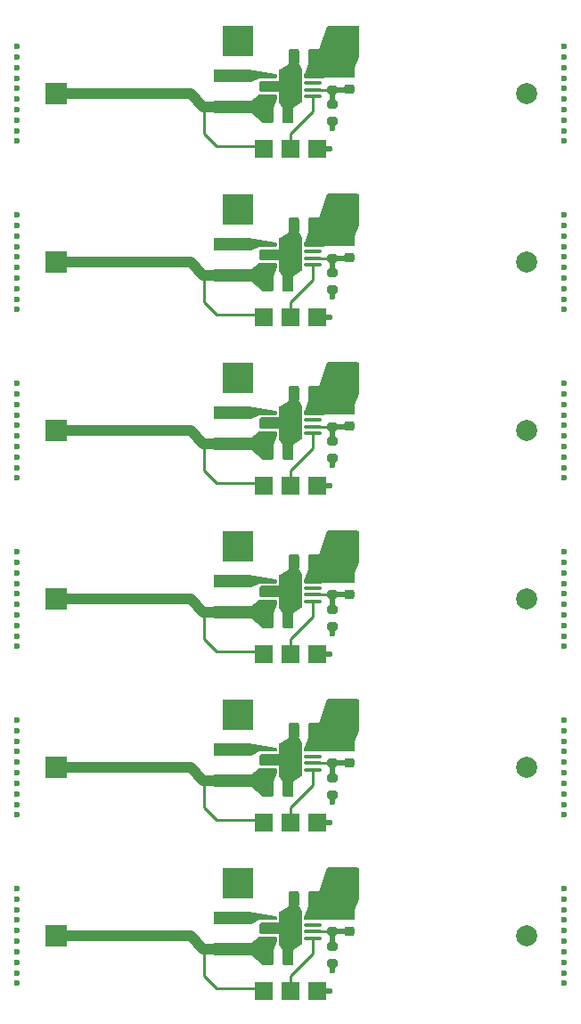
<source format=gtl>
G04 #@! TF.GenerationSoftware,KiCad,Pcbnew,6.0.4-6f826c9f35~116~ubuntu20.04.1*
G04 #@! TF.CreationDate,2022-05-04T20:07:54+01:00*
G04 #@! TF.ProjectId,boostAAA-panel,626f6f73-7441-4414-912d-70616e656c2e,rev?*
G04 #@! TF.SameCoordinates,Original*
G04 #@! TF.FileFunction,Copper,L1,Top*
G04 #@! TF.FilePolarity,Positive*
%FSLAX46Y46*%
G04 Gerber Fmt 4.6, Leading zero omitted, Abs format (unit mm)*
G04 Created by KiCad (PCBNEW 6.0.4-6f826c9f35~116~ubuntu20.04.1) date 2022-05-04 20:07:54*
%MOMM*%
%LPD*%
G01*
G04 APERTURE LIST*
G04 Aperture macros list*
%AMRoundRect*
0 Rectangle with rounded corners*
0 $1 Rounding radius*
0 $2 $3 $4 $5 $6 $7 $8 $9 X,Y pos of 4 corners*
0 Add a 4 corners polygon primitive as box body*
4,1,4,$2,$3,$4,$5,$6,$7,$8,$9,$2,$3,0*
0 Add four circle primitives for the rounded corners*
1,1,$1+$1,$2,$3*
1,1,$1+$1,$4,$5*
1,1,$1+$1,$6,$7*
1,1,$1+$1,$8,$9*
0 Add four rect primitives between the rounded corners*
20,1,$1+$1,$2,$3,$4,$5,0*
20,1,$1+$1,$4,$5,$6,$7,0*
20,1,$1+$1,$6,$7,$8,$9,0*
20,1,$1+$1,$8,$9,$2,$3,0*%
G04 Aperture macros list end*
G04 #@! TA.AperFunction,SMDPad,CuDef*
%ADD10RoundRect,0.250000X-0.250000X-0.475000X0.250000X-0.475000X0.250000X0.475000X-0.250000X0.475000X0*%
G04 #@! TD*
G04 #@! TA.AperFunction,SMDPad,CuDef*
%ADD11R,1.700000X1.700000*%
G04 #@! TD*
G04 #@! TA.AperFunction,SMDPad,CuDef*
%ADD12R,3.000000X3.000000*%
G04 #@! TD*
G04 #@! TA.AperFunction,SMDPad,CuDef*
%ADD13RoundRect,0.225000X-0.250000X0.225000X-0.250000X-0.225000X0.250000X-0.225000X0.250000X0.225000X0*%
G04 #@! TD*
G04 #@! TA.AperFunction,SMDPad,CuDef*
%ADD14RoundRect,0.250000X0.250000X0.475000X-0.250000X0.475000X-0.250000X-0.475000X0.250000X-0.475000X0*%
G04 #@! TD*
G04 #@! TA.AperFunction,SMDPad,CuDef*
%ADD15RoundRect,0.200000X-0.275000X0.200000X-0.275000X-0.200000X0.275000X-0.200000X0.275000X0.200000X0*%
G04 #@! TD*
G04 #@! TA.AperFunction,SMDPad,CuDef*
%ADD16RoundRect,0.100000X0.712500X0.100000X-0.712500X0.100000X-0.712500X-0.100000X0.712500X-0.100000X0*%
G04 #@! TD*
G04 #@! TA.AperFunction,SMDPad,CuDef*
%ADD17R,3.600000X1.150000*%
G04 #@! TD*
G04 #@! TA.AperFunction,ComponentPad*
%ADD18R,2.000000X2.000000*%
G04 #@! TD*
G04 #@! TA.AperFunction,ComponentPad*
%ADD19C,2.000000*%
G04 #@! TD*
G04 #@! TA.AperFunction,ViaPad*
%ADD20C,0.600000*%
G04 #@! TD*
G04 #@! TA.AperFunction,Conductor*
%ADD21C,0.500000*%
G04 #@! TD*
G04 #@! TA.AperFunction,Conductor*
%ADD22C,0.250000*%
G04 #@! TD*
G04 #@! TA.AperFunction,Conductor*
%ADD23C,1.000000*%
G04 #@! TD*
G04 APERTURE END LIST*
D10*
G04 #@! TO.P,C1,1*
G04 #@! TO.N,Board_0-Net-(BT1-Pad1)*
X47835946Y-24025000D03*
G04 #@! TO.P,C1,2*
G04 #@! TO.N,Board_0-GND*
X49735946Y-24025000D03*
G04 #@! TD*
G04 #@! TO.P,C1,1*
G04 #@! TO.N,Board_4-Net-(BT1-Pad1)*
X47835946Y-88025000D03*
G04 #@! TO.P,C1,2*
G04 #@! TO.N,Board_4-GND*
X49735946Y-88025000D03*
G04 #@! TD*
D11*
G04 #@! TO.P,SW1,1,Pin_1*
G04 #@! TO.N,Board_5-GND*
X52523446Y-107200000D03*
G04 #@! TO.P,SW1,2,Pin_2*
G04 #@! TO.N,Board_5-Net-(SW1-Pad2)*
X49983446Y-107200000D03*
G04 #@! TO.P,SW1,3,Pin_3*
G04 #@! TO.N,Board_5-Net-(BT1-Pad1)*
X47443446Y-107200000D03*
G04 #@! TD*
D12*
G04 #@! TO.P,TP1,1,1*
G04 #@! TO.N,Board_2-+5V*
X54998446Y-49000000D03*
G04 #@! TD*
D11*
G04 #@! TO.P,SW1,1,Pin_1*
G04 #@! TO.N,Board_0-GND*
X52523446Y-27200000D03*
G04 #@! TO.P,SW1,2,Pin_2*
G04 #@! TO.N,Board_0-Net-(SW1-Pad2)*
X49983446Y-27200000D03*
G04 #@! TO.P,SW1,3,Pin_3*
G04 #@! TO.N,Board_0-Net-(BT1-Pad1)*
X47443446Y-27200000D03*
G04 #@! TD*
D13*
G04 #@! TO.P,C3,1*
G04 #@! TO.N,Board_1-+5V*
X55598446Y-36000000D03*
G04 #@! TO.P,C3,2*
G04 #@! TO.N,Board_1-Net-(C3-Pad2)*
X55598446Y-37550000D03*
G04 #@! TD*
D10*
G04 #@! TO.P,C1,1*
G04 #@! TO.N,Board_2-Net-(BT1-Pad1)*
X47835946Y-56025000D03*
G04 #@! TO.P,C1,2*
G04 #@! TO.N,Board_2-GND*
X49735946Y-56025000D03*
G04 #@! TD*
D14*
G04 #@! TO.P,C2,1*
G04 #@! TO.N,Board_5-+5V*
X52198446Y-98475000D03*
G04 #@! TO.P,C2,2*
G04 #@! TO.N,Board_5-GND*
X50298446Y-98475000D03*
G04 #@! TD*
D12*
G04 #@! TO.P,TP1,1,1*
G04 #@! TO.N,Board_4-+5V*
X54998446Y-81000000D03*
G04 #@! TD*
D15*
G04 #@! TO.P,R1,1*
G04 #@! TO.N,Board_3-+5V*
X53998446Y-67950000D03*
G04 #@! TO.P,R1,2*
G04 #@! TO.N,Board_3-Net-(C3-Pad2)*
X53998446Y-69600000D03*
G04 #@! TD*
D12*
G04 #@! TO.P,TP1,1,1*
G04 #@! TO.N,Board_0-+5V*
X54998446Y-17000000D03*
G04 #@! TD*
G04 #@! TO.P,TP1,1,1*
G04 #@! TO.N,Board_5-+5V*
X54998446Y-97000000D03*
G04 #@! TD*
D16*
G04 #@! TO.P,U1,1,EN*
G04 #@! TO.N,Board_5-Net-(SW1-Pad2)*
X52098446Y-102250000D03*
G04 #@! TO.P,U1,2,FB*
G04 #@! TO.N,Board_5-Net-(C3-Pad2)*
X52098446Y-101600000D03*
G04 #@! TO.P,U1,3,PG*
G04 #@! TO.N,Board_5-unconnected-(U1-Pad3)*
X52098446Y-100950000D03*
G04 #@! TO.P,U1,4,VOUT*
G04 #@! TO.N,Board_5-+5V*
X52098446Y-100300000D03*
G04 #@! TO.P,U1,5,SW*
G04 #@! TO.N,Board_5-Net-(L1-Pad2)*
X47873446Y-100300000D03*
G04 #@! TO.P,U1,6,PGND*
G04 #@! TO.N,Board_5-GND*
X47873446Y-100950000D03*
G04 #@! TO.P,U1,7,SGND*
X47873446Y-101600000D03*
G04 #@! TO.P,U1,8,VIN*
G04 #@! TO.N,Board_5-Net-(BT1-Pad1)*
X47873446Y-102250000D03*
G04 #@! TD*
D12*
G04 #@! TO.P,TP2,1,1*
G04 #@! TO.N,Board_5-GND*
X44998446Y-97000000D03*
G04 #@! TD*
D17*
G04 #@! TO.P,L1,1*
G04 #@! TO.N,Board_3-Net-(BT1-Pad1)*
X44498446Y-71225000D03*
G04 #@! TO.P,L1,2*
G04 #@! TO.N,Board_3-Net-(L1-Pad2)*
X44498446Y-68275000D03*
G04 #@! TD*
D16*
G04 #@! TO.P,U1,1,EN*
G04 #@! TO.N,Board_3-Net-(SW1-Pad2)*
X52098446Y-70250000D03*
G04 #@! TO.P,U1,2,FB*
G04 #@! TO.N,Board_3-Net-(C3-Pad2)*
X52098446Y-69600000D03*
G04 #@! TO.P,U1,3,PG*
G04 #@! TO.N,Board_3-unconnected-(U1-Pad3)*
X52098446Y-68950000D03*
G04 #@! TO.P,U1,4,VOUT*
G04 #@! TO.N,Board_3-+5V*
X52098446Y-68300000D03*
G04 #@! TO.P,U1,5,SW*
G04 #@! TO.N,Board_3-Net-(L1-Pad2)*
X47873446Y-68300000D03*
G04 #@! TO.P,U1,6,PGND*
G04 #@! TO.N,Board_3-GND*
X47873446Y-68950000D03*
G04 #@! TO.P,U1,7,SGND*
X47873446Y-69600000D03*
G04 #@! TO.P,U1,8,VIN*
G04 #@! TO.N,Board_3-Net-(BT1-Pad1)*
X47873446Y-70250000D03*
G04 #@! TD*
D12*
G04 #@! TO.P,TP1,1,1*
G04 #@! TO.N,Board_3-+5V*
X54998446Y-65000000D03*
G04 #@! TD*
D11*
G04 #@! TO.P,SW1,1,Pin_1*
G04 #@! TO.N,Board_4-GND*
X52523446Y-91200000D03*
G04 #@! TO.P,SW1,2,Pin_2*
G04 #@! TO.N,Board_4-Net-(SW1-Pad2)*
X49983446Y-91200000D03*
G04 #@! TO.P,SW1,3,Pin_3*
G04 #@! TO.N,Board_4-Net-(BT1-Pad1)*
X47443446Y-91200000D03*
G04 #@! TD*
D12*
G04 #@! TO.P,TP2,1,1*
G04 #@! TO.N,Board_1-GND*
X44998446Y-33000000D03*
G04 #@! TD*
D16*
G04 #@! TO.P,U1,1,EN*
G04 #@! TO.N,Board_2-Net-(SW1-Pad2)*
X52098446Y-54250000D03*
G04 #@! TO.P,U1,2,FB*
G04 #@! TO.N,Board_2-Net-(C3-Pad2)*
X52098446Y-53600000D03*
G04 #@! TO.P,U1,3,PG*
G04 #@! TO.N,Board_2-unconnected-(U1-Pad3)*
X52098446Y-52950000D03*
G04 #@! TO.P,U1,4,VOUT*
G04 #@! TO.N,Board_2-+5V*
X52098446Y-52300000D03*
G04 #@! TO.P,U1,5,SW*
G04 #@! TO.N,Board_2-Net-(L1-Pad2)*
X47873446Y-52300000D03*
G04 #@! TO.P,U1,6,PGND*
G04 #@! TO.N,Board_2-GND*
X47873446Y-52950000D03*
G04 #@! TO.P,U1,7,SGND*
X47873446Y-53600000D03*
G04 #@! TO.P,U1,8,VIN*
G04 #@! TO.N,Board_2-Net-(BT1-Pad1)*
X47873446Y-54250000D03*
G04 #@! TD*
D15*
G04 #@! TO.P,R2,1*
G04 #@! TO.N,Board_3-Net-(C3-Pad2)*
X53998446Y-70975000D03*
G04 #@! TO.P,R2,2*
G04 #@! TO.N,Board_3-GND*
X53998446Y-72625000D03*
G04 #@! TD*
D12*
G04 #@! TO.P,TP2,1,1*
G04 #@! TO.N,Board_2-GND*
X44998446Y-49000000D03*
G04 #@! TD*
D14*
G04 #@! TO.P,C2,1*
G04 #@! TO.N,Board_1-+5V*
X52198446Y-34475000D03*
G04 #@! TO.P,C2,2*
G04 #@! TO.N,Board_1-GND*
X50298446Y-34475000D03*
G04 #@! TD*
D11*
G04 #@! TO.P,SW1,1,Pin_1*
G04 #@! TO.N,Board_1-GND*
X52523446Y-43200000D03*
G04 #@! TO.P,SW1,2,Pin_2*
G04 #@! TO.N,Board_1-Net-(SW1-Pad2)*
X49983446Y-43200000D03*
G04 #@! TO.P,SW1,3,Pin_3*
G04 #@! TO.N,Board_1-Net-(BT1-Pad1)*
X47443446Y-43200000D03*
G04 #@! TD*
D15*
G04 #@! TO.P,R1,1*
G04 #@! TO.N,Board_1-+5V*
X53998446Y-35950000D03*
G04 #@! TO.P,R1,2*
G04 #@! TO.N,Board_1-Net-(C3-Pad2)*
X53998446Y-37600000D03*
G04 #@! TD*
D13*
G04 #@! TO.P,C3,1*
G04 #@! TO.N,Board_0-+5V*
X55598446Y-20000000D03*
G04 #@! TO.P,C3,2*
G04 #@! TO.N,Board_0-Net-(C3-Pad2)*
X55598446Y-21550000D03*
G04 #@! TD*
D17*
G04 #@! TO.P,L1,1*
G04 #@! TO.N,Board_2-Net-(BT1-Pad1)*
X44498446Y-55225000D03*
G04 #@! TO.P,L1,2*
G04 #@! TO.N,Board_2-Net-(L1-Pad2)*
X44498446Y-52275000D03*
G04 #@! TD*
D15*
G04 #@! TO.P,R2,1*
G04 #@! TO.N,Board_4-Net-(C3-Pad2)*
X53998446Y-86975000D03*
G04 #@! TO.P,R2,2*
G04 #@! TO.N,Board_4-GND*
X53998446Y-88625000D03*
G04 #@! TD*
D12*
G04 #@! TO.P,TP2,1,1*
G04 #@! TO.N,Board_3-GND*
X44998446Y-65000000D03*
G04 #@! TD*
D15*
G04 #@! TO.P,R1,1*
G04 #@! TO.N,Board_5-+5V*
X53998446Y-99950000D03*
G04 #@! TO.P,R1,2*
G04 #@! TO.N,Board_5-Net-(C3-Pad2)*
X53998446Y-101600000D03*
G04 #@! TD*
D10*
G04 #@! TO.P,C1,1*
G04 #@! TO.N,Board_1-Net-(BT1-Pad1)*
X47835946Y-40025000D03*
G04 #@! TO.P,C1,2*
G04 #@! TO.N,Board_1-GND*
X49735946Y-40025000D03*
G04 #@! TD*
D13*
G04 #@! TO.P,C3,1*
G04 #@! TO.N,Board_3-+5V*
X55598446Y-68000000D03*
G04 #@! TO.P,C3,2*
G04 #@! TO.N,Board_3-Net-(C3-Pad2)*
X55598446Y-69550000D03*
G04 #@! TD*
D17*
G04 #@! TO.P,L1,1*
G04 #@! TO.N,Board_1-Net-(BT1-Pad1)*
X44498446Y-39225000D03*
G04 #@! TO.P,L1,2*
G04 #@! TO.N,Board_1-Net-(L1-Pad2)*
X44498446Y-36275000D03*
G04 #@! TD*
D16*
G04 #@! TO.P,U1,1,EN*
G04 #@! TO.N,Board_4-Net-(SW1-Pad2)*
X52098446Y-86250000D03*
G04 #@! TO.P,U1,2,FB*
G04 #@! TO.N,Board_4-Net-(C3-Pad2)*
X52098446Y-85600000D03*
G04 #@! TO.P,U1,3,PG*
G04 #@! TO.N,Board_4-unconnected-(U1-Pad3)*
X52098446Y-84950000D03*
G04 #@! TO.P,U1,4,VOUT*
G04 #@! TO.N,Board_4-+5V*
X52098446Y-84300000D03*
G04 #@! TO.P,U1,5,SW*
G04 #@! TO.N,Board_4-Net-(L1-Pad2)*
X47873446Y-84300000D03*
G04 #@! TO.P,U1,6,PGND*
G04 #@! TO.N,Board_4-GND*
X47873446Y-84950000D03*
G04 #@! TO.P,U1,7,SGND*
X47873446Y-85600000D03*
G04 #@! TO.P,U1,8,VIN*
G04 #@! TO.N,Board_4-Net-(BT1-Pad1)*
X47873446Y-86250000D03*
G04 #@! TD*
D13*
G04 #@! TO.P,C3,1*
G04 #@! TO.N,Board_4-+5V*
X55598446Y-84000000D03*
G04 #@! TO.P,C3,2*
G04 #@! TO.N,Board_4-Net-(C3-Pad2)*
X55598446Y-85550000D03*
G04 #@! TD*
D12*
G04 #@! TO.P,TP2,1,1*
G04 #@! TO.N,Board_4-GND*
X44998446Y-81000000D03*
G04 #@! TD*
D17*
G04 #@! TO.P,L1,1*
G04 #@! TO.N,Board_0-Net-(BT1-Pad1)*
X44498446Y-23225000D03*
G04 #@! TO.P,L1,2*
G04 #@! TO.N,Board_0-Net-(L1-Pad2)*
X44498446Y-20275000D03*
G04 #@! TD*
D13*
G04 #@! TO.P,C3,1*
G04 #@! TO.N,Board_5-+5V*
X55598446Y-100000000D03*
G04 #@! TO.P,C3,2*
G04 #@! TO.N,Board_5-Net-(C3-Pad2)*
X55598446Y-101550000D03*
G04 #@! TD*
D17*
G04 #@! TO.P,L1,1*
G04 #@! TO.N,Board_5-Net-(BT1-Pad1)*
X44498446Y-103225000D03*
G04 #@! TO.P,L1,2*
G04 #@! TO.N,Board_5-Net-(L1-Pad2)*
X44498446Y-100275000D03*
G04 #@! TD*
D15*
G04 #@! TO.P,R2,1*
G04 #@! TO.N,Board_0-Net-(C3-Pad2)*
X53998446Y-22975000D03*
G04 #@! TO.P,R2,2*
G04 #@! TO.N,Board_0-GND*
X53998446Y-24625000D03*
G04 #@! TD*
D12*
G04 #@! TO.P,TP2,1,1*
G04 #@! TO.N,Board_0-GND*
X44998446Y-17000000D03*
G04 #@! TD*
D14*
G04 #@! TO.P,C2,1*
G04 #@! TO.N,Board_0-+5V*
X52198446Y-18475000D03*
G04 #@! TO.P,C2,2*
G04 #@! TO.N,Board_0-GND*
X50298446Y-18475000D03*
G04 #@! TD*
D11*
G04 #@! TO.P,SW1,1,Pin_1*
G04 #@! TO.N,Board_3-GND*
X52523446Y-75200000D03*
G04 #@! TO.P,SW1,2,Pin_2*
G04 #@! TO.N,Board_3-Net-(SW1-Pad2)*
X49983446Y-75200000D03*
G04 #@! TO.P,SW1,3,Pin_3*
G04 #@! TO.N,Board_3-Net-(BT1-Pad1)*
X47443446Y-75200000D03*
G04 #@! TD*
D15*
G04 #@! TO.P,R1,1*
G04 #@! TO.N,Board_0-+5V*
X53998446Y-19950000D03*
G04 #@! TO.P,R1,2*
G04 #@! TO.N,Board_0-Net-(C3-Pad2)*
X53998446Y-21600000D03*
G04 #@! TD*
D16*
G04 #@! TO.P,U1,1,EN*
G04 #@! TO.N,Board_1-Net-(SW1-Pad2)*
X52098446Y-38250000D03*
G04 #@! TO.P,U1,2,FB*
G04 #@! TO.N,Board_1-Net-(C3-Pad2)*
X52098446Y-37600000D03*
G04 #@! TO.P,U1,3,PG*
G04 #@! TO.N,Board_1-unconnected-(U1-Pad3)*
X52098446Y-36950000D03*
G04 #@! TO.P,U1,4,VOUT*
G04 #@! TO.N,Board_1-+5V*
X52098446Y-36300000D03*
G04 #@! TO.P,U1,5,SW*
G04 #@! TO.N,Board_1-Net-(L1-Pad2)*
X47873446Y-36300000D03*
G04 #@! TO.P,U1,6,PGND*
G04 #@! TO.N,Board_1-GND*
X47873446Y-36950000D03*
G04 #@! TO.P,U1,7,SGND*
X47873446Y-37600000D03*
G04 #@! TO.P,U1,8,VIN*
G04 #@! TO.N,Board_1-Net-(BT1-Pad1)*
X47873446Y-38250000D03*
G04 #@! TD*
D14*
G04 #@! TO.P,C2,1*
G04 #@! TO.N,Board_4-+5V*
X52198446Y-82475000D03*
G04 #@! TO.P,C2,2*
G04 #@! TO.N,Board_4-GND*
X50298446Y-82475000D03*
G04 #@! TD*
D10*
G04 #@! TO.P,C1,1*
G04 #@! TO.N,Board_3-Net-(BT1-Pad1)*
X47835946Y-72025000D03*
G04 #@! TO.P,C1,2*
G04 #@! TO.N,Board_3-GND*
X49735946Y-72025000D03*
G04 #@! TD*
D14*
G04 #@! TO.P,C2,1*
G04 #@! TO.N,Board_2-+5V*
X52198446Y-50475000D03*
G04 #@! TO.P,C2,2*
G04 #@! TO.N,Board_2-GND*
X50298446Y-50475000D03*
G04 #@! TD*
G04 #@! TO.P,C2,1*
G04 #@! TO.N,Board_3-+5V*
X52198446Y-66475000D03*
G04 #@! TO.P,C2,2*
G04 #@! TO.N,Board_3-GND*
X50298446Y-66475000D03*
G04 #@! TD*
D15*
G04 #@! TO.P,R2,1*
G04 #@! TO.N,Board_5-Net-(C3-Pad2)*
X53998446Y-102975000D03*
G04 #@! TO.P,R2,2*
G04 #@! TO.N,Board_5-GND*
X53998446Y-104625000D03*
G04 #@! TD*
G04 #@! TO.P,R2,1*
G04 #@! TO.N,Board_2-Net-(C3-Pad2)*
X53998446Y-54975000D03*
G04 #@! TO.P,R2,2*
G04 #@! TO.N,Board_2-GND*
X53998446Y-56625000D03*
G04 #@! TD*
D13*
G04 #@! TO.P,C3,1*
G04 #@! TO.N,Board_2-+5V*
X55598446Y-52000000D03*
G04 #@! TO.P,C3,2*
G04 #@! TO.N,Board_2-Net-(C3-Pad2)*
X55598446Y-53550000D03*
G04 #@! TD*
D15*
G04 #@! TO.P,R2,1*
G04 #@! TO.N,Board_1-Net-(C3-Pad2)*
X53998446Y-38975000D03*
G04 #@! TO.P,R2,2*
G04 #@! TO.N,Board_1-GND*
X53998446Y-40625000D03*
G04 #@! TD*
G04 #@! TO.P,R1,1*
G04 #@! TO.N,Board_2-+5V*
X53998446Y-51950000D03*
G04 #@! TO.P,R1,2*
G04 #@! TO.N,Board_2-Net-(C3-Pad2)*
X53998446Y-53600000D03*
G04 #@! TD*
D16*
G04 #@! TO.P,U1,1,EN*
G04 #@! TO.N,Board_0-Net-(SW1-Pad2)*
X52098446Y-22250000D03*
G04 #@! TO.P,U1,2,FB*
G04 #@! TO.N,Board_0-Net-(C3-Pad2)*
X52098446Y-21600000D03*
G04 #@! TO.P,U1,3,PG*
G04 #@! TO.N,Board_0-unconnected-(U1-Pad3)*
X52098446Y-20950000D03*
G04 #@! TO.P,U1,4,VOUT*
G04 #@! TO.N,Board_0-+5V*
X52098446Y-20300000D03*
G04 #@! TO.P,U1,5,SW*
G04 #@! TO.N,Board_0-Net-(L1-Pad2)*
X47873446Y-20300000D03*
G04 #@! TO.P,U1,6,PGND*
G04 #@! TO.N,Board_0-GND*
X47873446Y-20950000D03*
G04 #@! TO.P,U1,7,SGND*
X47873446Y-21600000D03*
G04 #@! TO.P,U1,8,VIN*
G04 #@! TO.N,Board_0-Net-(BT1-Pad1)*
X47873446Y-22250000D03*
G04 #@! TD*
D11*
G04 #@! TO.P,SW1,1,Pin_1*
G04 #@! TO.N,Board_2-GND*
X52523446Y-59200000D03*
G04 #@! TO.P,SW1,2,Pin_2*
G04 #@! TO.N,Board_2-Net-(SW1-Pad2)*
X49983446Y-59200000D03*
G04 #@! TO.P,SW1,3,Pin_3*
G04 #@! TO.N,Board_2-Net-(BT1-Pad1)*
X47443446Y-59200000D03*
G04 #@! TD*
D12*
G04 #@! TO.P,TP1,1,1*
G04 #@! TO.N,Board_1-+5V*
X54998446Y-33000000D03*
G04 #@! TD*
D15*
G04 #@! TO.P,R1,1*
G04 #@! TO.N,Board_4-+5V*
X53998446Y-83950000D03*
G04 #@! TO.P,R1,2*
G04 #@! TO.N,Board_4-Net-(C3-Pad2)*
X53998446Y-85600000D03*
G04 #@! TD*
D17*
G04 #@! TO.P,L1,1*
G04 #@! TO.N,Board_4-Net-(BT1-Pad1)*
X44498446Y-87225000D03*
G04 #@! TO.P,L1,2*
G04 #@! TO.N,Board_4-Net-(L1-Pad2)*
X44498446Y-84275000D03*
G04 #@! TD*
D10*
G04 #@! TO.P,C1,1*
G04 #@! TO.N,Board_5-Net-(BT1-Pad1)*
X47835946Y-104025000D03*
G04 #@! TO.P,C1,2*
G04 #@! TO.N,Board_5-GND*
X49735946Y-104025000D03*
G04 #@! TD*
D18*
G04 #@! TO.P,BT1,1,+*
G04 #@! TO.N,Board_5-Net-(BT1-Pad1)*
X27698446Y-102000000D03*
D19*
G04 #@! TO.P,BT1,2,-*
G04 #@! TO.N,Board_5-GND*
X72398446Y-102000000D03*
G04 #@! TD*
D18*
G04 #@! TO.P,BT1,1,+*
G04 #@! TO.N,Board_4-Net-(BT1-Pad1)*
X27698446Y-86000000D03*
D19*
G04 #@! TO.P,BT1,2,-*
G04 #@! TO.N,Board_4-GND*
X72398446Y-86000000D03*
G04 #@! TD*
D18*
G04 #@! TO.P,BT1,1,+*
G04 #@! TO.N,Board_2-Net-(BT1-Pad1)*
X27698446Y-54000000D03*
D19*
G04 #@! TO.P,BT1,2,-*
G04 #@! TO.N,Board_2-GND*
X72398446Y-54000000D03*
G04 #@! TD*
D18*
G04 #@! TO.P,BT1,1,+*
G04 #@! TO.N,Board_0-Net-(BT1-Pad1)*
X27698446Y-22000000D03*
D19*
G04 #@! TO.P,BT1,2,-*
G04 #@! TO.N,Board_0-GND*
X72398446Y-22000000D03*
G04 #@! TD*
D18*
G04 #@! TO.P,BT1,1,+*
G04 #@! TO.N,Board_1-Net-(BT1-Pad1)*
X27698446Y-38000000D03*
D19*
G04 #@! TO.P,BT1,2,-*
G04 #@! TO.N,Board_1-GND*
X72398446Y-38000000D03*
G04 #@! TD*
D18*
G04 #@! TO.P,BT1,1,+*
G04 #@! TO.N,Board_3-Net-(BT1-Pad1)*
X27698446Y-70000000D03*
D19*
G04 #@! TO.P,BT1,2,-*
G04 #@! TO.N,Board_3-GND*
X72398446Y-70000000D03*
G04 #@! TD*
D20*
G04 #@! TO.N,*
X75998446Y-26500000D03*
X75998446Y-42500000D03*
X75998446Y-58500000D03*
X75998446Y-74500000D03*
X75998446Y-90500000D03*
X75998446Y-106500000D03*
X23998446Y-17500000D03*
X23998446Y-33500000D03*
X23998446Y-49500000D03*
X23998446Y-65500000D03*
X23998446Y-81500000D03*
X23998446Y-97500000D03*
X23998446Y-18500000D03*
X23998446Y-34500000D03*
X23998446Y-50500000D03*
X23998446Y-66500000D03*
X23998446Y-82500000D03*
X23998446Y-98500000D03*
X75998446Y-21500000D03*
X75998446Y-37500000D03*
X75998446Y-53500000D03*
X75998446Y-69500000D03*
X75998446Y-85500000D03*
X75998446Y-101500000D03*
X23998446Y-22500000D03*
X23998446Y-38500000D03*
X23998446Y-54500000D03*
X23998446Y-70500000D03*
X23998446Y-86500000D03*
X23998446Y-102500000D03*
X75998446Y-20500000D03*
X75998446Y-36500000D03*
X75998446Y-52500000D03*
X75998446Y-68500000D03*
X75998446Y-84500000D03*
X75998446Y-100500000D03*
X23998446Y-19500000D03*
X23998446Y-35500000D03*
X23998446Y-51500000D03*
X23998446Y-67500000D03*
X23998446Y-83500000D03*
X23998446Y-99500000D03*
X23998446Y-25500000D03*
X23998446Y-41500000D03*
X23998446Y-57500000D03*
X23998446Y-73500000D03*
X23998446Y-89500000D03*
X23998446Y-105500000D03*
X75998446Y-23500000D03*
X75998446Y-39500000D03*
X75998446Y-55500000D03*
X75998446Y-71500000D03*
X75998446Y-87500000D03*
X75998446Y-103500000D03*
X23998446Y-20500000D03*
X23998446Y-36500000D03*
X23998446Y-52500000D03*
X23998446Y-68500000D03*
X23998446Y-84500000D03*
X23998446Y-100500000D03*
X75998446Y-19500000D03*
X75998446Y-35500000D03*
X75998446Y-51500000D03*
X75998446Y-67500000D03*
X75998446Y-83500000D03*
X75998446Y-99500000D03*
X23998446Y-26500000D03*
X23998446Y-42500000D03*
X23998446Y-58500000D03*
X23998446Y-74500000D03*
X23998446Y-90500000D03*
X23998446Y-106500000D03*
X23998446Y-21500000D03*
X23998446Y-37500000D03*
X23998446Y-53500000D03*
X23998446Y-69500000D03*
X23998446Y-85500000D03*
X23998446Y-101500000D03*
X75998446Y-25500000D03*
X75998446Y-41500000D03*
X75998446Y-57500000D03*
X75998446Y-73500000D03*
X75998446Y-89500000D03*
X75998446Y-105500000D03*
X23998446Y-24500000D03*
X23998446Y-40500000D03*
X23998446Y-56500000D03*
X23998446Y-72500000D03*
X23998446Y-88500000D03*
X23998446Y-104500000D03*
X75998446Y-24500000D03*
X75998446Y-40500000D03*
X75998446Y-56500000D03*
X75998446Y-72500000D03*
X75998446Y-88500000D03*
X75998446Y-104500000D03*
X75998446Y-22500000D03*
X75998446Y-38500000D03*
X75998446Y-54500000D03*
X75998446Y-70500000D03*
X75998446Y-86500000D03*
X75998446Y-102500000D03*
X75998446Y-18500000D03*
X75998446Y-34500000D03*
X75998446Y-50500000D03*
X75998446Y-66500000D03*
X75998446Y-82500000D03*
X75998446Y-98500000D03*
X75998446Y-17500000D03*
X75998446Y-33500000D03*
X75998446Y-49500000D03*
X75998446Y-65500000D03*
X75998446Y-81500000D03*
X75998446Y-97500000D03*
X23998446Y-23500000D03*
X23998446Y-39500000D03*
X23998446Y-55500000D03*
X23998446Y-71500000D03*
X23998446Y-87500000D03*
X23998446Y-103500000D03*
G04 #@! TO.N,Board_0-GND*
X45998446Y-16000000D03*
X45998446Y-18000000D03*
X53698446Y-27200000D03*
X43998446Y-16000000D03*
X49735946Y-23000000D03*
X50298446Y-19500000D03*
X53998446Y-25250000D03*
X49148446Y-21300000D03*
X43998446Y-18000000D03*
G04 #@! TO.N,Board_1-GND*
X45998446Y-32000000D03*
X45998446Y-34000000D03*
X53698446Y-43200000D03*
X43998446Y-32000000D03*
X49735946Y-39000000D03*
X50298446Y-35500000D03*
X53998446Y-41250000D03*
X49148446Y-37300000D03*
X43998446Y-34000000D03*
G04 #@! TO.N,Board_2-GND*
X45998446Y-48000000D03*
X45998446Y-50000000D03*
X53698446Y-59200000D03*
X43998446Y-48000000D03*
X49735946Y-55000000D03*
X50298446Y-51500000D03*
X53998446Y-57250000D03*
X49148446Y-53300000D03*
X43998446Y-50000000D03*
G04 #@! TO.N,Board_3-GND*
X45998446Y-64000000D03*
X45998446Y-66000000D03*
X53698446Y-75200000D03*
X43998446Y-64000000D03*
X49735946Y-71000000D03*
X50298446Y-67500000D03*
X53998446Y-73250000D03*
X49148446Y-69300000D03*
X43998446Y-66000000D03*
G04 #@! TO.N,Board_4-GND*
X45998446Y-80000000D03*
X45998446Y-82000000D03*
X53698446Y-91200000D03*
X43998446Y-80000000D03*
X49735946Y-87000000D03*
X50298446Y-83500000D03*
X53998446Y-89250000D03*
X49148446Y-85300000D03*
X43998446Y-82000000D03*
G04 #@! TO.N,Board_5-GND*
X45998446Y-96000000D03*
X45998446Y-98000000D03*
X53698446Y-107200000D03*
X43998446Y-96000000D03*
X49735946Y-103000000D03*
X50298446Y-99500000D03*
X53998446Y-105250000D03*
X49148446Y-101300000D03*
X43998446Y-98000000D03*
G04 #@! TD*
D21*
G04 #@! TO.N,Board_0-GND*
X53998446Y-24550000D02*
X53998446Y-25250000D01*
X53698446Y-27200000D02*
X52523446Y-27200000D01*
D22*
G04 #@! TO.N,Board_0-Net-(BT1-Pad1)*
X41773446Y-25775000D02*
X41773446Y-23225000D01*
D23*
X40498446Y-22000000D02*
X27698446Y-22000000D01*
X41773446Y-23225000D02*
X41723446Y-23225000D01*
D22*
X47468446Y-27000000D02*
X42998446Y-27000000D01*
X42998446Y-27000000D02*
X41773446Y-25775000D01*
D23*
X44498446Y-23225000D02*
X41773446Y-23225000D01*
X41723446Y-23225000D02*
X40498446Y-22000000D01*
D22*
G04 #@! TO.N,Board_0-Net-(C3-Pad2)*
X52098446Y-21600000D02*
X53998446Y-21600000D01*
D21*
X53998446Y-21600000D02*
X55548446Y-21600000D01*
X55548446Y-21600000D02*
X55598446Y-21550000D01*
X53998446Y-21600000D02*
X53998446Y-22975000D01*
D22*
G04 #@! TO.N,Board_0-Net-(SW1-Pad2)*
X52098446Y-23650000D02*
X49983446Y-25765000D01*
X52098446Y-22250000D02*
X52098446Y-23650000D01*
X49983446Y-25765000D02*
X49983446Y-27200000D01*
D21*
G04 #@! TO.N,Board_1-GND*
X53998446Y-40550000D02*
X53998446Y-41250000D01*
X53698446Y-43200000D02*
X52523446Y-43200000D01*
D22*
G04 #@! TO.N,Board_1-Net-(BT1-Pad1)*
X41773446Y-41775000D02*
X41773446Y-39225000D01*
D23*
X40498446Y-38000000D02*
X27698446Y-38000000D01*
X41773446Y-39225000D02*
X41723446Y-39225000D01*
D22*
X47468446Y-43000000D02*
X42998446Y-43000000D01*
X42998446Y-43000000D02*
X41773446Y-41775000D01*
D23*
X44498446Y-39225000D02*
X41773446Y-39225000D01*
X41723446Y-39225000D02*
X40498446Y-38000000D01*
D22*
G04 #@! TO.N,Board_1-Net-(C3-Pad2)*
X52098446Y-37600000D02*
X53998446Y-37600000D01*
D21*
X53998446Y-37600000D02*
X55548446Y-37600000D01*
X55548446Y-37600000D02*
X55598446Y-37550000D01*
X53998446Y-37600000D02*
X53998446Y-38975000D01*
D22*
G04 #@! TO.N,Board_1-Net-(SW1-Pad2)*
X52098446Y-39650000D02*
X49983446Y-41765000D01*
X52098446Y-38250000D02*
X52098446Y-39650000D01*
X49983446Y-41765000D02*
X49983446Y-43200000D01*
D21*
G04 #@! TO.N,Board_2-GND*
X53998446Y-56550000D02*
X53998446Y-57250000D01*
X53698446Y-59200000D02*
X52523446Y-59200000D01*
D22*
G04 #@! TO.N,Board_2-Net-(BT1-Pad1)*
X41773446Y-57775000D02*
X41773446Y-55225000D01*
D23*
X40498446Y-54000000D02*
X27698446Y-54000000D01*
X41773446Y-55225000D02*
X41723446Y-55225000D01*
D22*
X47468446Y-59000000D02*
X42998446Y-59000000D01*
X42998446Y-59000000D02*
X41773446Y-57775000D01*
D23*
X44498446Y-55225000D02*
X41773446Y-55225000D01*
X41723446Y-55225000D02*
X40498446Y-54000000D01*
D22*
G04 #@! TO.N,Board_2-Net-(C3-Pad2)*
X52098446Y-53600000D02*
X53998446Y-53600000D01*
D21*
X53998446Y-53600000D02*
X55548446Y-53600000D01*
X55548446Y-53600000D02*
X55598446Y-53550000D01*
X53998446Y-53600000D02*
X53998446Y-54975000D01*
D22*
G04 #@! TO.N,Board_2-Net-(SW1-Pad2)*
X52098446Y-55650000D02*
X49983446Y-57765000D01*
X52098446Y-54250000D02*
X52098446Y-55650000D01*
X49983446Y-57765000D02*
X49983446Y-59200000D01*
D21*
G04 #@! TO.N,Board_3-GND*
X53998446Y-72550000D02*
X53998446Y-73250000D01*
X53698446Y-75200000D02*
X52523446Y-75200000D01*
D22*
G04 #@! TO.N,Board_3-Net-(BT1-Pad1)*
X41773446Y-73775000D02*
X41773446Y-71225000D01*
D23*
X40498446Y-70000000D02*
X27698446Y-70000000D01*
X41773446Y-71225000D02*
X41723446Y-71225000D01*
D22*
X47468446Y-75000000D02*
X42998446Y-75000000D01*
X42998446Y-75000000D02*
X41773446Y-73775000D01*
D23*
X44498446Y-71225000D02*
X41773446Y-71225000D01*
X41723446Y-71225000D02*
X40498446Y-70000000D01*
D22*
G04 #@! TO.N,Board_3-Net-(C3-Pad2)*
X52098446Y-69600000D02*
X53998446Y-69600000D01*
D21*
X53998446Y-69600000D02*
X55548446Y-69600000D01*
X55548446Y-69600000D02*
X55598446Y-69550000D01*
X53998446Y-69600000D02*
X53998446Y-70975000D01*
D22*
G04 #@! TO.N,Board_3-Net-(SW1-Pad2)*
X52098446Y-71650000D02*
X49983446Y-73765000D01*
X52098446Y-70250000D02*
X52098446Y-71650000D01*
X49983446Y-73765000D02*
X49983446Y-75200000D01*
D21*
G04 #@! TO.N,Board_4-GND*
X53998446Y-88550000D02*
X53998446Y-89250000D01*
X53698446Y-91200000D02*
X52523446Y-91200000D01*
D22*
G04 #@! TO.N,Board_4-Net-(BT1-Pad1)*
X41773446Y-89775000D02*
X41773446Y-87225000D01*
D23*
X40498446Y-86000000D02*
X27698446Y-86000000D01*
X41773446Y-87225000D02*
X41723446Y-87225000D01*
D22*
X47468446Y-91000000D02*
X42998446Y-91000000D01*
X42998446Y-91000000D02*
X41773446Y-89775000D01*
D23*
X44498446Y-87225000D02*
X41773446Y-87225000D01*
X41723446Y-87225000D02*
X40498446Y-86000000D01*
D22*
G04 #@! TO.N,Board_4-Net-(C3-Pad2)*
X52098446Y-85600000D02*
X53998446Y-85600000D01*
D21*
X53998446Y-85600000D02*
X55548446Y-85600000D01*
X55548446Y-85600000D02*
X55598446Y-85550000D01*
X53998446Y-85600000D02*
X53998446Y-86975000D01*
D22*
G04 #@! TO.N,Board_4-Net-(SW1-Pad2)*
X52098446Y-87650000D02*
X49983446Y-89765000D01*
X52098446Y-86250000D02*
X52098446Y-87650000D01*
X49983446Y-89765000D02*
X49983446Y-91200000D01*
D21*
G04 #@! TO.N,Board_5-GND*
X53998446Y-104550000D02*
X53998446Y-105250000D01*
X53698446Y-107200000D02*
X52523446Y-107200000D01*
D22*
G04 #@! TO.N,Board_5-Net-(BT1-Pad1)*
X41773446Y-105775000D02*
X41773446Y-103225000D01*
D23*
X40498446Y-102000000D02*
X27698446Y-102000000D01*
X41773446Y-103225000D02*
X41723446Y-103225000D01*
D22*
X47468446Y-107000000D02*
X42998446Y-107000000D01*
X42998446Y-107000000D02*
X41773446Y-105775000D01*
D23*
X44498446Y-103225000D02*
X41773446Y-103225000D01*
X41723446Y-103225000D02*
X40498446Y-102000000D01*
D22*
G04 #@! TO.N,Board_5-Net-(C3-Pad2)*
X52098446Y-101600000D02*
X53998446Y-101600000D01*
D21*
X53998446Y-101600000D02*
X55548446Y-101600000D01*
X55548446Y-101600000D02*
X55598446Y-101550000D01*
X53998446Y-101600000D02*
X53998446Y-102975000D01*
D22*
G04 #@! TO.N,Board_5-Net-(SW1-Pad2)*
X52098446Y-103650000D02*
X49983446Y-105765000D01*
X52098446Y-102250000D02*
X52098446Y-103650000D01*
X49983446Y-105765000D02*
X49983446Y-107200000D01*
G04 #@! TD*
G04 #@! TA.AperFunction,Conductor*
G04 #@! TO.N,Board_0-+5V*
G36*
X56440567Y-15520002D02*
G01*
X56487060Y-15573658D01*
X56498446Y-15626000D01*
X56498446Y-18476814D01*
X56490191Y-18521669D01*
X56098446Y-19550000D01*
X56098446Y-20324000D01*
X56078444Y-20392121D01*
X56024788Y-20438614D01*
X55972446Y-20450000D01*
X53498446Y-20450000D01*
X53495793Y-20450226D01*
X53495788Y-20450226D01*
X52916281Y-20499546D01*
X52905596Y-20500000D01*
X51411946Y-20500000D01*
X51343825Y-20479998D01*
X51297332Y-20426342D01*
X51285946Y-20374000D01*
X51285946Y-20126738D01*
X51296806Y-20075565D01*
X51680576Y-19212084D01*
X51680577Y-19212081D01*
X51685946Y-19200000D01*
X51685946Y-17876000D01*
X51705948Y-17807879D01*
X51759604Y-17761386D01*
X51811946Y-17750000D01*
X52698446Y-17750000D01*
X53468655Y-15583788D01*
X53510321Y-15526305D01*
X53576452Y-15500474D01*
X53587373Y-15500000D01*
X56372446Y-15500000D01*
X56440567Y-15520002D01*
G37*
G04 #@! TD.AperFunction*
G04 #@! TD*
G04 #@! TA.AperFunction,Conductor*
G04 #@! TO.N,Board_1-+5V*
G36*
X56440567Y-31520002D02*
G01*
X56487060Y-31573658D01*
X56498446Y-31626000D01*
X56498446Y-34476814D01*
X56490191Y-34521669D01*
X56098446Y-35550000D01*
X56098446Y-36324000D01*
X56078444Y-36392121D01*
X56024788Y-36438614D01*
X55972446Y-36450000D01*
X53498446Y-36450000D01*
X53495793Y-36450226D01*
X53495788Y-36450226D01*
X52916281Y-36499546D01*
X52905596Y-36500000D01*
X51411946Y-36500000D01*
X51343825Y-36479998D01*
X51297332Y-36426342D01*
X51285946Y-36374000D01*
X51285946Y-36126738D01*
X51296806Y-36075565D01*
X51680576Y-35212084D01*
X51680577Y-35212081D01*
X51685946Y-35200000D01*
X51685946Y-33876000D01*
X51705948Y-33807879D01*
X51759604Y-33761386D01*
X51811946Y-33750000D01*
X52698446Y-33750000D01*
X53468655Y-31583788D01*
X53510321Y-31526305D01*
X53576452Y-31500474D01*
X53587373Y-31500000D01*
X56372446Y-31500000D01*
X56440567Y-31520002D01*
G37*
G04 #@! TD.AperFunction*
G04 #@! TD*
G04 #@! TA.AperFunction,Conductor*
G04 #@! TO.N,Board_2-+5V*
G36*
X56440567Y-47520002D02*
G01*
X56487060Y-47573658D01*
X56498446Y-47626000D01*
X56498446Y-50476814D01*
X56490191Y-50521669D01*
X56098446Y-51550000D01*
X56098446Y-52324000D01*
X56078444Y-52392121D01*
X56024788Y-52438614D01*
X55972446Y-52450000D01*
X53498446Y-52450000D01*
X53495793Y-52450226D01*
X53495788Y-52450226D01*
X52916281Y-52499546D01*
X52905596Y-52500000D01*
X51411946Y-52500000D01*
X51343825Y-52479998D01*
X51297332Y-52426342D01*
X51285946Y-52374000D01*
X51285946Y-52126738D01*
X51296806Y-52075565D01*
X51680576Y-51212084D01*
X51680577Y-51212081D01*
X51685946Y-51200000D01*
X51685946Y-49876000D01*
X51705948Y-49807879D01*
X51759604Y-49761386D01*
X51811946Y-49750000D01*
X52698446Y-49750000D01*
X53468655Y-47583788D01*
X53510321Y-47526305D01*
X53576452Y-47500474D01*
X53587373Y-47500000D01*
X56372446Y-47500000D01*
X56440567Y-47520002D01*
G37*
G04 #@! TD.AperFunction*
G04 #@! TD*
G04 #@! TA.AperFunction,Conductor*
G04 #@! TO.N,Board_3-+5V*
G36*
X56440567Y-63520002D02*
G01*
X56487060Y-63573658D01*
X56498446Y-63626000D01*
X56498446Y-66476814D01*
X56490191Y-66521669D01*
X56098446Y-67550000D01*
X56098446Y-68324000D01*
X56078444Y-68392121D01*
X56024788Y-68438614D01*
X55972446Y-68450000D01*
X53498446Y-68450000D01*
X53495793Y-68450226D01*
X53495788Y-68450226D01*
X52916281Y-68499546D01*
X52905596Y-68500000D01*
X51411946Y-68500000D01*
X51343825Y-68479998D01*
X51297332Y-68426342D01*
X51285946Y-68374000D01*
X51285946Y-68126738D01*
X51296806Y-68075565D01*
X51680576Y-67212084D01*
X51680577Y-67212081D01*
X51685946Y-67200000D01*
X51685946Y-65876000D01*
X51705948Y-65807879D01*
X51759604Y-65761386D01*
X51811946Y-65750000D01*
X52698446Y-65750000D01*
X53468655Y-63583788D01*
X53510321Y-63526305D01*
X53576452Y-63500474D01*
X53587373Y-63500000D01*
X56372446Y-63500000D01*
X56440567Y-63520002D01*
G37*
G04 #@! TD.AperFunction*
G04 #@! TD*
G04 #@! TA.AperFunction,Conductor*
G04 #@! TO.N,Board_4-+5V*
G36*
X56440567Y-79520002D02*
G01*
X56487060Y-79573658D01*
X56498446Y-79626000D01*
X56498446Y-82476814D01*
X56490191Y-82521669D01*
X56098446Y-83550000D01*
X56098446Y-84324000D01*
X56078444Y-84392121D01*
X56024788Y-84438614D01*
X55972446Y-84450000D01*
X53498446Y-84450000D01*
X53495793Y-84450226D01*
X53495788Y-84450226D01*
X52916281Y-84499546D01*
X52905596Y-84500000D01*
X51411946Y-84500000D01*
X51343825Y-84479998D01*
X51297332Y-84426342D01*
X51285946Y-84374000D01*
X51285946Y-84126738D01*
X51296806Y-84075565D01*
X51680576Y-83212084D01*
X51680577Y-83212081D01*
X51685946Y-83200000D01*
X51685946Y-81876000D01*
X51705948Y-81807879D01*
X51759604Y-81761386D01*
X51811946Y-81750000D01*
X52698446Y-81750000D01*
X53468655Y-79583788D01*
X53510321Y-79526305D01*
X53576452Y-79500474D01*
X53587373Y-79500000D01*
X56372446Y-79500000D01*
X56440567Y-79520002D01*
G37*
G04 #@! TD.AperFunction*
G04 #@! TD*
G04 #@! TA.AperFunction,Conductor*
G04 #@! TO.N,Board_5-+5V*
G36*
X56440567Y-95520002D02*
G01*
X56487060Y-95573658D01*
X56498446Y-95626000D01*
X56498446Y-98476814D01*
X56490191Y-98521669D01*
X56098446Y-99550000D01*
X56098446Y-100324000D01*
X56078444Y-100392121D01*
X56024788Y-100438614D01*
X55972446Y-100450000D01*
X53498446Y-100450000D01*
X53495793Y-100450226D01*
X53495788Y-100450226D01*
X52916281Y-100499546D01*
X52905596Y-100500000D01*
X51411946Y-100500000D01*
X51343825Y-100479998D01*
X51297332Y-100426342D01*
X51285946Y-100374000D01*
X51285946Y-100126738D01*
X51296806Y-100075565D01*
X51680576Y-99212084D01*
X51680577Y-99212081D01*
X51685946Y-99200000D01*
X51685946Y-97876000D01*
X51705948Y-97807879D01*
X51759604Y-97761386D01*
X51811946Y-97750000D01*
X52698446Y-97750000D01*
X53468655Y-95583788D01*
X53510321Y-95526305D01*
X53576452Y-95500474D01*
X53587373Y-95500000D01*
X56372446Y-95500000D01*
X56440567Y-95520002D01*
G37*
G04 #@! TD.AperFunction*
G04 #@! TD*
G04 #@! TA.AperFunction,Conductor*
G04 #@! TO.N,Board_0-Net-(BT1-Pad1)*
G36*
X48628067Y-22070002D02*
G01*
X48674560Y-22123658D01*
X48685946Y-22176000D01*
X48685946Y-22425076D01*
X48676455Y-22473049D01*
X48335946Y-23300000D01*
X48335946Y-24624000D01*
X48315944Y-24692121D01*
X48262288Y-24738614D01*
X48209946Y-24750000D01*
X47382285Y-24750000D01*
X47314164Y-24729998D01*
X47300649Y-24719977D01*
X46262246Y-23836738D01*
X46248446Y-23825000D01*
X42811946Y-23825000D01*
X42743825Y-23804998D01*
X42697332Y-23751342D01*
X42685946Y-23699000D01*
X42685946Y-22801000D01*
X42705948Y-22732879D01*
X42759604Y-22686386D01*
X42811946Y-22675000D01*
X46248446Y-22675000D01*
X47026979Y-22076129D01*
X47093168Y-22050450D01*
X47103802Y-22050000D01*
X48559946Y-22050000D01*
X48628067Y-22070002D01*
G37*
G04 #@! TD.AperFunction*
G04 #@! TD*
G04 #@! TA.AperFunction,Conductor*
G04 #@! TO.N,Board_1-Net-(BT1-Pad1)*
G36*
X48628067Y-38070002D02*
G01*
X48674560Y-38123658D01*
X48685946Y-38176000D01*
X48685946Y-38425076D01*
X48676455Y-38473049D01*
X48335946Y-39300000D01*
X48335946Y-40624000D01*
X48315944Y-40692121D01*
X48262288Y-40738614D01*
X48209946Y-40750000D01*
X47382285Y-40750000D01*
X47314164Y-40729998D01*
X47300649Y-40719977D01*
X46262246Y-39836738D01*
X46248446Y-39825000D01*
X42811946Y-39825000D01*
X42743825Y-39804998D01*
X42697332Y-39751342D01*
X42685946Y-39699000D01*
X42685946Y-38801000D01*
X42705948Y-38732879D01*
X42759604Y-38686386D01*
X42811946Y-38675000D01*
X46248446Y-38675000D01*
X47026979Y-38076129D01*
X47093168Y-38050450D01*
X47103802Y-38050000D01*
X48559946Y-38050000D01*
X48628067Y-38070002D01*
G37*
G04 #@! TD.AperFunction*
G04 #@! TD*
G04 #@! TA.AperFunction,Conductor*
G04 #@! TO.N,Board_2-Net-(BT1-Pad1)*
G36*
X48628067Y-54070002D02*
G01*
X48674560Y-54123658D01*
X48685946Y-54176000D01*
X48685946Y-54425076D01*
X48676455Y-54473049D01*
X48335946Y-55300000D01*
X48335946Y-56624000D01*
X48315944Y-56692121D01*
X48262288Y-56738614D01*
X48209946Y-56750000D01*
X47382285Y-56750000D01*
X47314164Y-56729998D01*
X47300649Y-56719977D01*
X46262246Y-55836738D01*
X46248446Y-55825000D01*
X42811946Y-55825000D01*
X42743825Y-55804998D01*
X42697332Y-55751342D01*
X42685946Y-55699000D01*
X42685946Y-54801000D01*
X42705948Y-54732879D01*
X42759604Y-54686386D01*
X42811946Y-54675000D01*
X46248446Y-54675000D01*
X47026979Y-54076129D01*
X47093168Y-54050450D01*
X47103802Y-54050000D01*
X48559946Y-54050000D01*
X48628067Y-54070002D01*
G37*
G04 #@! TD.AperFunction*
G04 #@! TD*
G04 #@! TA.AperFunction,Conductor*
G04 #@! TO.N,Board_3-Net-(BT1-Pad1)*
G36*
X48628067Y-70070002D02*
G01*
X48674560Y-70123658D01*
X48685946Y-70176000D01*
X48685946Y-70425076D01*
X48676455Y-70473049D01*
X48335946Y-71300000D01*
X48335946Y-72624000D01*
X48315944Y-72692121D01*
X48262288Y-72738614D01*
X48209946Y-72750000D01*
X47382285Y-72750000D01*
X47314164Y-72729998D01*
X47300649Y-72719977D01*
X46262246Y-71836738D01*
X46248446Y-71825000D01*
X42811946Y-71825000D01*
X42743825Y-71804998D01*
X42697332Y-71751342D01*
X42685946Y-71699000D01*
X42685946Y-70801000D01*
X42705948Y-70732879D01*
X42759604Y-70686386D01*
X42811946Y-70675000D01*
X46248446Y-70675000D01*
X47026979Y-70076129D01*
X47093168Y-70050450D01*
X47103802Y-70050000D01*
X48559946Y-70050000D01*
X48628067Y-70070002D01*
G37*
G04 #@! TD.AperFunction*
G04 #@! TD*
G04 #@! TA.AperFunction,Conductor*
G04 #@! TO.N,Board_4-Net-(BT1-Pad1)*
G36*
X48628067Y-86070002D02*
G01*
X48674560Y-86123658D01*
X48685946Y-86176000D01*
X48685946Y-86425076D01*
X48676455Y-86473049D01*
X48335946Y-87300000D01*
X48335946Y-88624000D01*
X48315944Y-88692121D01*
X48262288Y-88738614D01*
X48209946Y-88750000D01*
X47382285Y-88750000D01*
X47314164Y-88729998D01*
X47300649Y-88719977D01*
X46262246Y-87836738D01*
X46248446Y-87825000D01*
X42811946Y-87825000D01*
X42743825Y-87804998D01*
X42697332Y-87751342D01*
X42685946Y-87699000D01*
X42685946Y-86801000D01*
X42705948Y-86732879D01*
X42759604Y-86686386D01*
X42811946Y-86675000D01*
X46248446Y-86675000D01*
X47026979Y-86076129D01*
X47093168Y-86050450D01*
X47103802Y-86050000D01*
X48559946Y-86050000D01*
X48628067Y-86070002D01*
G37*
G04 #@! TD.AperFunction*
G04 #@! TD*
G04 #@! TA.AperFunction,Conductor*
G04 #@! TO.N,Board_5-Net-(BT1-Pad1)*
G36*
X48628067Y-102070002D02*
G01*
X48674560Y-102123658D01*
X48685946Y-102176000D01*
X48685946Y-102425076D01*
X48676455Y-102473049D01*
X48335946Y-103300000D01*
X48335946Y-104624000D01*
X48315944Y-104692121D01*
X48262288Y-104738614D01*
X48209946Y-104750000D01*
X47382285Y-104750000D01*
X47314164Y-104729998D01*
X47300649Y-104719977D01*
X46262246Y-103836738D01*
X46248446Y-103825000D01*
X42811946Y-103825000D01*
X42743825Y-103804998D01*
X42697332Y-103751342D01*
X42685946Y-103699000D01*
X42685946Y-102801000D01*
X42705948Y-102732879D01*
X42759604Y-102686386D01*
X42811946Y-102675000D01*
X46248446Y-102675000D01*
X47026979Y-102076129D01*
X47093168Y-102050450D01*
X47103802Y-102050000D01*
X48559946Y-102050000D01*
X48628067Y-102070002D01*
G37*
G04 #@! TD.AperFunction*
G04 #@! TD*
G04 #@! TA.AperFunction,Conductor*
G04 #@! TO.N,Board_0-Net-(L1-Pad2)*
G36*
X45876413Y-19747389D02*
G01*
X46239889Y-19749940D01*
X46256914Y-19751216D01*
X46483602Y-19783766D01*
X48577856Y-20084479D01*
X48642441Y-20113960D01*
X48680836Y-20173679D01*
X48685946Y-20209200D01*
X48685946Y-20374000D01*
X48665944Y-20442121D01*
X48612288Y-20488614D01*
X48559946Y-20500000D01*
X47060946Y-20500000D01*
X46291784Y-20854998D01*
X46273573Y-20863403D01*
X46220772Y-20875000D01*
X42811946Y-20875000D01*
X42743825Y-20854998D01*
X42697332Y-20801342D01*
X42685946Y-20749000D01*
X42685946Y-19851887D01*
X42705948Y-19783766D01*
X42759604Y-19737273D01*
X42812828Y-19725890D01*
X45876413Y-19747389D01*
G37*
G04 #@! TD.AperFunction*
G04 #@! TD*
G04 #@! TA.AperFunction,Conductor*
G04 #@! TO.N,Board_1-Net-(L1-Pad2)*
G36*
X45876413Y-35747389D02*
G01*
X46239889Y-35749940D01*
X46256914Y-35751216D01*
X46483602Y-35783766D01*
X48577856Y-36084479D01*
X48642441Y-36113960D01*
X48680836Y-36173679D01*
X48685946Y-36209200D01*
X48685946Y-36374000D01*
X48665944Y-36442121D01*
X48612288Y-36488614D01*
X48559946Y-36500000D01*
X47060946Y-36500000D01*
X46291784Y-36854998D01*
X46273573Y-36863403D01*
X46220772Y-36875000D01*
X42811946Y-36875000D01*
X42743825Y-36854998D01*
X42697332Y-36801342D01*
X42685946Y-36749000D01*
X42685946Y-35851887D01*
X42705948Y-35783766D01*
X42759604Y-35737273D01*
X42812828Y-35725890D01*
X45876413Y-35747389D01*
G37*
G04 #@! TD.AperFunction*
G04 #@! TD*
G04 #@! TA.AperFunction,Conductor*
G04 #@! TO.N,Board_2-Net-(L1-Pad2)*
G36*
X45876413Y-51747389D02*
G01*
X46239889Y-51749940D01*
X46256914Y-51751216D01*
X46483602Y-51783766D01*
X48577856Y-52084479D01*
X48642441Y-52113960D01*
X48680836Y-52173679D01*
X48685946Y-52209200D01*
X48685946Y-52374000D01*
X48665944Y-52442121D01*
X48612288Y-52488614D01*
X48559946Y-52500000D01*
X47060946Y-52500000D01*
X46291784Y-52854998D01*
X46273573Y-52863403D01*
X46220772Y-52875000D01*
X42811946Y-52875000D01*
X42743825Y-52854998D01*
X42697332Y-52801342D01*
X42685946Y-52749000D01*
X42685946Y-51851887D01*
X42705948Y-51783766D01*
X42759604Y-51737273D01*
X42812828Y-51725890D01*
X45876413Y-51747389D01*
G37*
G04 #@! TD.AperFunction*
G04 #@! TD*
G04 #@! TA.AperFunction,Conductor*
G04 #@! TO.N,Board_3-Net-(L1-Pad2)*
G36*
X45876413Y-67747389D02*
G01*
X46239889Y-67749940D01*
X46256914Y-67751216D01*
X46483602Y-67783766D01*
X48577856Y-68084479D01*
X48642441Y-68113960D01*
X48680836Y-68173679D01*
X48685946Y-68209200D01*
X48685946Y-68374000D01*
X48665944Y-68442121D01*
X48612288Y-68488614D01*
X48559946Y-68500000D01*
X47060946Y-68500000D01*
X46291784Y-68854998D01*
X46273573Y-68863403D01*
X46220772Y-68875000D01*
X42811946Y-68875000D01*
X42743825Y-68854998D01*
X42697332Y-68801342D01*
X42685946Y-68749000D01*
X42685946Y-67851887D01*
X42705948Y-67783766D01*
X42759604Y-67737273D01*
X42812828Y-67725890D01*
X45876413Y-67747389D01*
G37*
G04 #@! TD.AperFunction*
G04 #@! TD*
G04 #@! TA.AperFunction,Conductor*
G04 #@! TO.N,Board_4-Net-(L1-Pad2)*
G36*
X45876413Y-83747389D02*
G01*
X46239889Y-83749940D01*
X46256914Y-83751216D01*
X46483602Y-83783766D01*
X48577856Y-84084479D01*
X48642441Y-84113960D01*
X48680836Y-84173679D01*
X48685946Y-84209200D01*
X48685946Y-84374000D01*
X48665944Y-84442121D01*
X48612288Y-84488614D01*
X48559946Y-84500000D01*
X47060946Y-84500000D01*
X46291784Y-84854998D01*
X46273573Y-84863403D01*
X46220772Y-84875000D01*
X42811946Y-84875000D01*
X42743825Y-84854998D01*
X42697332Y-84801342D01*
X42685946Y-84749000D01*
X42685946Y-83851887D01*
X42705948Y-83783766D01*
X42759604Y-83737273D01*
X42812828Y-83725890D01*
X45876413Y-83747389D01*
G37*
G04 #@! TD.AperFunction*
G04 #@! TD*
G04 #@! TA.AperFunction,Conductor*
G04 #@! TO.N,Board_5-Net-(L1-Pad2)*
G36*
X45876413Y-99747389D02*
G01*
X46239889Y-99749940D01*
X46256914Y-99751216D01*
X46483602Y-99783766D01*
X48577856Y-100084479D01*
X48642441Y-100113960D01*
X48680836Y-100173679D01*
X48685946Y-100209200D01*
X48685946Y-100374000D01*
X48665944Y-100442121D01*
X48612288Y-100488614D01*
X48559946Y-100500000D01*
X47060946Y-100500000D01*
X46291784Y-100854998D01*
X46273573Y-100863403D01*
X46220772Y-100875000D01*
X42811946Y-100875000D01*
X42743825Y-100854998D01*
X42697332Y-100801342D01*
X42685946Y-100749000D01*
X42685946Y-99851887D01*
X42705948Y-99783766D01*
X42759604Y-99737273D01*
X42812828Y-99725890D01*
X45876413Y-99747389D01*
G37*
G04 #@! TD.AperFunction*
G04 #@! TD*
G04 #@! TA.AperFunction,Conductor*
G04 #@! TO.N,Board_0-GND*
G36*
X50728067Y-17770002D02*
G01*
X50774560Y-17823658D01*
X50785946Y-17876000D01*
X50785946Y-19200000D01*
X50794104Y-19214276D01*
X50794104Y-19214277D01*
X51069345Y-19695948D01*
X51085946Y-19758462D01*
X51085946Y-20146751D01*
X51085779Y-20152494D01*
X51085446Y-20155354D01*
X51085446Y-20444646D01*
X51085779Y-20447445D01*
X51085946Y-20453078D01*
X51085946Y-20796751D01*
X51085779Y-20802494D01*
X51085446Y-20805354D01*
X51085446Y-21094646D01*
X51085779Y-21097445D01*
X51085946Y-21103078D01*
X51085946Y-21446751D01*
X51085779Y-21452494D01*
X51085446Y-21455354D01*
X51085446Y-21744646D01*
X51085779Y-21747445D01*
X51085946Y-21753078D01*
X51085946Y-22096751D01*
X51085779Y-22102494D01*
X51085446Y-22105354D01*
X51085446Y-22394646D01*
X51085779Y-22397445D01*
X51085946Y-22403078D01*
X51085946Y-22751073D01*
X51065944Y-22819194D01*
X51021412Y-22861063D01*
X50235946Y-23300000D01*
X50235946Y-24624000D01*
X50215944Y-24692121D01*
X50162288Y-24738614D01*
X50109946Y-24750000D01*
X49361946Y-24750000D01*
X49293825Y-24729998D01*
X49247332Y-24676342D01*
X49235946Y-24624000D01*
X49235946Y-23300000D01*
X48910509Y-22858335D01*
X48886203Y-22791630D01*
X48885946Y-22783593D01*
X48885946Y-22403249D01*
X48886113Y-22397506D01*
X48886446Y-22394646D01*
X48886446Y-22105354D01*
X48886113Y-22102555D01*
X48885946Y-22096922D01*
X48885946Y-21800000D01*
X47186946Y-21800000D01*
X47118825Y-21779998D01*
X47072332Y-21726342D01*
X47060946Y-21674000D01*
X47060946Y-20876000D01*
X47080948Y-20807879D01*
X47134604Y-20761386D01*
X47186946Y-20750000D01*
X48885946Y-20750000D01*
X48885946Y-20453249D01*
X48886113Y-20447506D01*
X48886446Y-20444646D01*
X48886446Y-20155354D01*
X48886113Y-20152555D01*
X48885946Y-20146922D01*
X48885946Y-19796172D01*
X48905948Y-19728051D01*
X48946901Y-19688260D01*
X49798446Y-19175000D01*
X49798446Y-17876000D01*
X49818448Y-17807879D01*
X49872104Y-17761386D01*
X49924446Y-17750000D01*
X50659946Y-17750000D01*
X50728067Y-17770002D01*
G37*
G04 #@! TD.AperFunction*
G04 #@! TD*
G04 #@! TA.AperFunction,Conductor*
G04 #@! TO.N,Board_1-GND*
G36*
X50728067Y-33770002D02*
G01*
X50774560Y-33823658D01*
X50785946Y-33876000D01*
X50785946Y-35200000D01*
X50794104Y-35214276D01*
X50794104Y-35214277D01*
X51069345Y-35695948D01*
X51085946Y-35758462D01*
X51085946Y-36146751D01*
X51085779Y-36152494D01*
X51085446Y-36155354D01*
X51085446Y-36444646D01*
X51085779Y-36447445D01*
X51085946Y-36453078D01*
X51085946Y-36796751D01*
X51085779Y-36802494D01*
X51085446Y-36805354D01*
X51085446Y-37094646D01*
X51085779Y-37097445D01*
X51085946Y-37103078D01*
X51085946Y-37446751D01*
X51085779Y-37452494D01*
X51085446Y-37455354D01*
X51085446Y-37744646D01*
X51085779Y-37747445D01*
X51085946Y-37753078D01*
X51085946Y-38096751D01*
X51085779Y-38102494D01*
X51085446Y-38105354D01*
X51085446Y-38394646D01*
X51085779Y-38397445D01*
X51085946Y-38403078D01*
X51085946Y-38751073D01*
X51065944Y-38819194D01*
X51021412Y-38861063D01*
X50235946Y-39300000D01*
X50235946Y-40624000D01*
X50215944Y-40692121D01*
X50162288Y-40738614D01*
X50109946Y-40750000D01*
X49361946Y-40750000D01*
X49293825Y-40729998D01*
X49247332Y-40676342D01*
X49235946Y-40624000D01*
X49235946Y-39300000D01*
X48910509Y-38858335D01*
X48886203Y-38791630D01*
X48885946Y-38783593D01*
X48885946Y-38403249D01*
X48886113Y-38397506D01*
X48886446Y-38394646D01*
X48886446Y-38105354D01*
X48886113Y-38102555D01*
X48885946Y-38096922D01*
X48885946Y-37800000D01*
X47186946Y-37800000D01*
X47118825Y-37779998D01*
X47072332Y-37726342D01*
X47060946Y-37674000D01*
X47060946Y-36876000D01*
X47080948Y-36807879D01*
X47134604Y-36761386D01*
X47186946Y-36750000D01*
X48885946Y-36750000D01*
X48885946Y-36453249D01*
X48886113Y-36447506D01*
X48886446Y-36444646D01*
X48886446Y-36155354D01*
X48886113Y-36152555D01*
X48885946Y-36146922D01*
X48885946Y-35796172D01*
X48905948Y-35728051D01*
X48946901Y-35688260D01*
X49798446Y-35175000D01*
X49798446Y-33876000D01*
X49818448Y-33807879D01*
X49872104Y-33761386D01*
X49924446Y-33750000D01*
X50659946Y-33750000D01*
X50728067Y-33770002D01*
G37*
G04 #@! TD.AperFunction*
G04 #@! TD*
G04 #@! TA.AperFunction,Conductor*
G04 #@! TO.N,Board_2-GND*
G36*
X50728067Y-49770002D02*
G01*
X50774560Y-49823658D01*
X50785946Y-49876000D01*
X50785946Y-51200000D01*
X50794104Y-51214276D01*
X50794104Y-51214277D01*
X51069345Y-51695948D01*
X51085946Y-51758462D01*
X51085946Y-52146751D01*
X51085779Y-52152494D01*
X51085446Y-52155354D01*
X51085446Y-52444646D01*
X51085779Y-52447445D01*
X51085946Y-52453078D01*
X51085946Y-52796751D01*
X51085779Y-52802494D01*
X51085446Y-52805354D01*
X51085446Y-53094646D01*
X51085779Y-53097445D01*
X51085946Y-53103078D01*
X51085946Y-53446751D01*
X51085779Y-53452494D01*
X51085446Y-53455354D01*
X51085446Y-53744646D01*
X51085779Y-53747445D01*
X51085946Y-53753078D01*
X51085946Y-54096751D01*
X51085779Y-54102494D01*
X51085446Y-54105354D01*
X51085446Y-54394646D01*
X51085779Y-54397445D01*
X51085946Y-54403078D01*
X51085946Y-54751073D01*
X51065944Y-54819194D01*
X51021412Y-54861063D01*
X50235946Y-55300000D01*
X50235946Y-56624000D01*
X50215944Y-56692121D01*
X50162288Y-56738614D01*
X50109946Y-56750000D01*
X49361946Y-56750000D01*
X49293825Y-56729998D01*
X49247332Y-56676342D01*
X49235946Y-56624000D01*
X49235946Y-55300000D01*
X48910509Y-54858335D01*
X48886203Y-54791630D01*
X48885946Y-54783593D01*
X48885946Y-54403249D01*
X48886113Y-54397506D01*
X48886446Y-54394646D01*
X48886446Y-54105354D01*
X48886113Y-54102555D01*
X48885946Y-54096922D01*
X48885946Y-53800000D01*
X47186946Y-53800000D01*
X47118825Y-53779998D01*
X47072332Y-53726342D01*
X47060946Y-53674000D01*
X47060946Y-52876000D01*
X47080948Y-52807879D01*
X47134604Y-52761386D01*
X47186946Y-52750000D01*
X48885946Y-52750000D01*
X48885946Y-52453249D01*
X48886113Y-52447506D01*
X48886446Y-52444646D01*
X48886446Y-52155354D01*
X48886113Y-52152555D01*
X48885946Y-52146922D01*
X48885946Y-51796172D01*
X48905948Y-51728051D01*
X48946901Y-51688260D01*
X49798446Y-51175000D01*
X49798446Y-49876000D01*
X49818448Y-49807879D01*
X49872104Y-49761386D01*
X49924446Y-49750000D01*
X50659946Y-49750000D01*
X50728067Y-49770002D01*
G37*
G04 #@! TD.AperFunction*
G04 #@! TD*
G04 #@! TA.AperFunction,Conductor*
G04 #@! TO.N,Board_3-GND*
G36*
X50728067Y-65770002D02*
G01*
X50774560Y-65823658D01*
X50785946Y-65876000D01*
X50785946Y-67200000D01*
X50794104Y-67214276D01*
X50794104Y-67214277D01*
X51069345Y-67695948D01*
X51085946Y-67758462D01*
X51085946Y-68146751D01*
X51085779Y-68152494D01*
X51085446Y-68155354D01*
X51085446Y-68444646D01*
X51085779Y-68447445D01*
X51085946Y-68453078D01*
X51085946Y-68796751D01*
X51085779Y-68802494D01*
X51085446Y-68805354D01*
X51085446Y-69094646D01*
X51085779Y-69097445D01*
X51085946Y-69103078D01*
X51085946Y-69446751D01*
X51085779Y-69452494D01*
X51085446Y-69455354D01*
X51085446Y-69744646D01*
X51085779Y-69747445D01*
X51085946Y-69753078D01*
X51085946Y-70096751D01*
X51085779Y-70102494D01*
X51085446Y-70105354D01*
X51085446Y-70394646D01*
X51085779Y-70397445D01*
X51085946Y-70403078D01*
X51085946Y-70751073D01*
X51065944Y-70819194D01*
X51021412Y-70861063D01*
X50235946Y-71300000D01*
X50235946Y-72624000D01*
X50215944Y-72692121D01*
X50162288Y-72738614D01*
X50109946Y-72750000D01*
X49361946Y-72750000D01*
X49293825Y-72729998D01*
X49247332Y-72676342D01*
X49235946Y-72624000D01*
X49235946Y-71300000D01*
X48910509Y-70858335D01*
X48886203Y-70791630D01*
X48885946Y-70783593D01*
X48885946Y-70403249D01*
X48886113Y-70397506D01*
X48886446Y-70394646D01*
X48886446Y-70105354D01*
X48886113Y-70102555D01*
X48885946Y-70096922D01*
X48885946Y-69800000D01*
X47186946Y-69800000D01*
X47118825Y-69779998D01*
X47072332Y-69726342D01*
X47060946Y-69674000D01*
X47060946Y-68876000D01*
X47080948Y-68807879D01*
X47134604Y-68761386D01*
X47186946Y-68750000D01*
X48885946Y-68750000D01*
X48885946Y-68453249D01*
X48886113Y-68447506D01*
X48886446Y-68444646D01*
X48886446Y-68155354D01*
X48886113Y-68152555D01*
X48885946Y-68146922D01*
X48885946Y-67796172D01*
X48905948Y-67728051D01*
X48946901Y-67688260D01*
X49798446Y-67175000D01*
X49798446Y-65876000D01*
X49818448Y-65807879D01*
X49872104Y-65761386D01*
X49924446Y-65750000D01*
X50659946Y-65750000D01*
X50728067Y-65770002D01*
G37*
G04 #@! TD.AperFunction*
G04 #@! TD*
G04 #@! TA.AperFunction,Conductor*
G04 #@! TO.N,Board_4-GND*
G36*
X50728067Y-81770002D02*
G01*
X50774560Y-81823658D01*
X50785946Y-81876000D01*
X50785946Y-83200000D01*
X50794104Y-83214276D01*
X50794104Y-83214277D01*
X51069345Y-83695948D01*
X51085946Y-83758462D01*
X51085946Y-84146751D01*
X51085779Y-84152494D01*
X51085446Y-84155354D01*
X51085446Y-84444646D01*
X51085779Y-84447445D01*
X51085946Y-84453078D01*
X51085946Y-84796751D01*
X51085779Y-84802494D01*
X51085446Y-84805354D01*
X51085446Y-85094646D01*
X51085779Y-85097445D01*
X51085946Y-85103078D01*
X51085946Y-85446751D01*
X51085779Y-85452494D01*
X51085446Y-85455354D01*
X51085446Y-85744646D01*
X51085779Y-85747445D01*
X51085946Y-85753078D01*
X51085946Y-86096751D01*
X51085779Y-86102494D01*
X51085446Y-86105354D01*
X51085446Y-86394646D01*
X51085779Y-86397445D01*
X51085946Y-86403078D01*
X51085946Y-86751073D01*
X51065944Y-86819194D01*
X51021412Y-86861063D01*
X50235946Y-87300000D01*
X50235946Y-88624000D01*
X50215944Y-88692121D01*
X50162288Y-88738614D01*
X50109946Y-88750000D01*
X49361946Y-88750000D01*
X49293825Y-88729998D01*
X49247332Y-88676342D01*
X49235946Y-88624000D01*
X49235946Y-87300000D01*
X48910509Y-86858335D01*
X48886203Y-86791630D01*
X48885946Y-86783593D01*
X48885946Y-86403249D01*
X48886113Y-86397506D01*
X48886446Y-86394646D01*
X48886446Y-86105354D01*
X48886113Y-86102555D01*
X48885946Y-86096922D01*
X48885946Y-85800000D01*
X47186946Y-85800000D01*
X47118825Y-85779998D01*
X47072332Y-85726342D01*
X47060946Y-85674000D01*
X47060946Y-84876000D01*
X47080948Y-84807879D01*
X47134604Y-84761386D01*
X47186946Y-84750000D01*
X48885946Y-84750000D01*
X48885946Y-84453249D01*
X48886113Y-84447506D01*
X48886446Y-84444646D01*
X48886446Y-84155354D01*
X48886113Y-84152555D01*
X48885946Y-84146922D01*
X48885946Y-83796172D01*
X48905948Y-83728051D01*
X48946901Y-83688260D01*
X49798446Y-83175000D01*
X49798446Y-81876000D01*
X49818448Y-81807879D01*
X49872104Y-81761386D01*
X49924446Y-81750000D01*
X50659946Y-81750000D01*
X50728067Y-81770002D01*
G37*
G04 #@! TD.AperFunction*
G04 #@! TD*
G04 #@! TA.AperFunction,Conductor*
G04 #@! TO.N,Board_5-GND*
G36*
X50728067Y-97770002D02*
G01*
X50774560Y-97823658D01*
X50785946Y-97876000D01*
X50785946Y-99200000D01*
X50794104Y-99214276D01*
X50794104Y-99214277D01*
X51069345Y-99695948D01*
X51085946Y-99758462D01*
X51085946Y-100146751D01*
X51085779Y-100152494D01*
X51085446Y-100155354D01*
X51085446Y-100444646D01*
X51085779Y-100447445D01*
X51085946Y-100453078D01*
X51085946Y-100796751D01*
X51085779Y-100802494D01*
X51085446Y-100805354D01*
X51085446Y-101094646D01*
X51085779Y-101097445D01*
X51085946Y-101103078D01*
X51085946Y-101446751D01*
X51085779Y-101452494D01*
X51085446Y-101455354D01*
X51085446Y-101744646D01*
X51085779Y-101747445D01*
X51085946Y-101753078D01*
X51085946Y-102096751D01*
X51085779Y-102102494D01*
X51085446Y-102105354D01*
X51085446Y-102394646D01*
X51085779Y-102397445D01*
X51085946Y-102403078D01*
X51085946Y-102751073D01*
X51065944Y-102819194D01*
X51021412Y-102861063D01*
X50235946Y-103300000D01*
X50235946Y-104624000D01*
X50215944Y-104692121D01*
X50162288Y-104738614D01*
X50109946Y-104750000D01*
X49361946Y-104750000D01*
X49293825Y-104729998D01*
X49247332Y-104676342D01*
X49235946Y-104624000D01*
X49235946Y-103300000D01*
X48910509Y-102858335D01*
X48886203Y-102791630D01*
X48885946Y-102783593D01*
X48885946Y-102403249D01*
X48886113Y-102397506D01*
X48886446Y-102394646D01*
X48886446Y-102105354D01*
X48886113Y-102102555D01*
X48885946Y-102096922D01*
X48885946Y-101800000D01*
X47186946Y-101800000D01*
X47118825Y-101779998D01*
X47072332Y-101726342D01*
X47060946Y-101674000D01*
X47060946Y-100876000D01*
X47080948Y-100807879D01*
X47134604Y-100761386D01*
X47186946Y-100750000D01*
X48885946Y-100750000D01*
X48885946Y-100453249D01*
X48886113Y-100447506D01*
X48886446Y-100444646D01*
X48886446Y-100155354D01*
X48886113Y-100152555D01*
X48885946Y-100146922D01*
X48885946Y-99796172D01*
X48905948Y-99728051D01*
X48946901Y-99688260D01*
X49798446Y-99175000D01*
X49798446Y-97876000D01*
X49818448Y-97807879D01*
X49872104Y-97761386D01*
X49924446Y-97750000D01*
X50659946Y-97750000D01*
X50728067Y-97770002D01*
G37*
G04 #@! TD.AperFunction*
G04 #@! TD*
M02*

</source>
